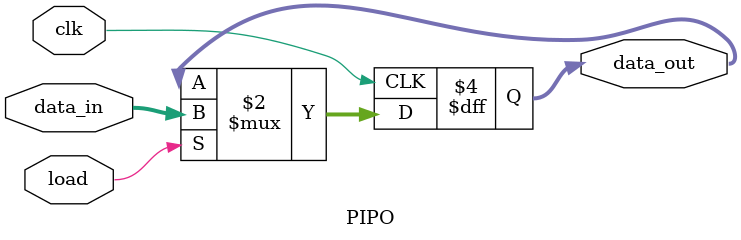
<source format=v>
`timescale 1ns / 1ps


module PIPO(
input [7:0] data_in,
input load,clk,
output reg[7:0] data_out
    );
    
    
    always@(posedge clk)
    begin
     if(load)
       data_out <= data_in;
    
    end
endmodule

</source>
